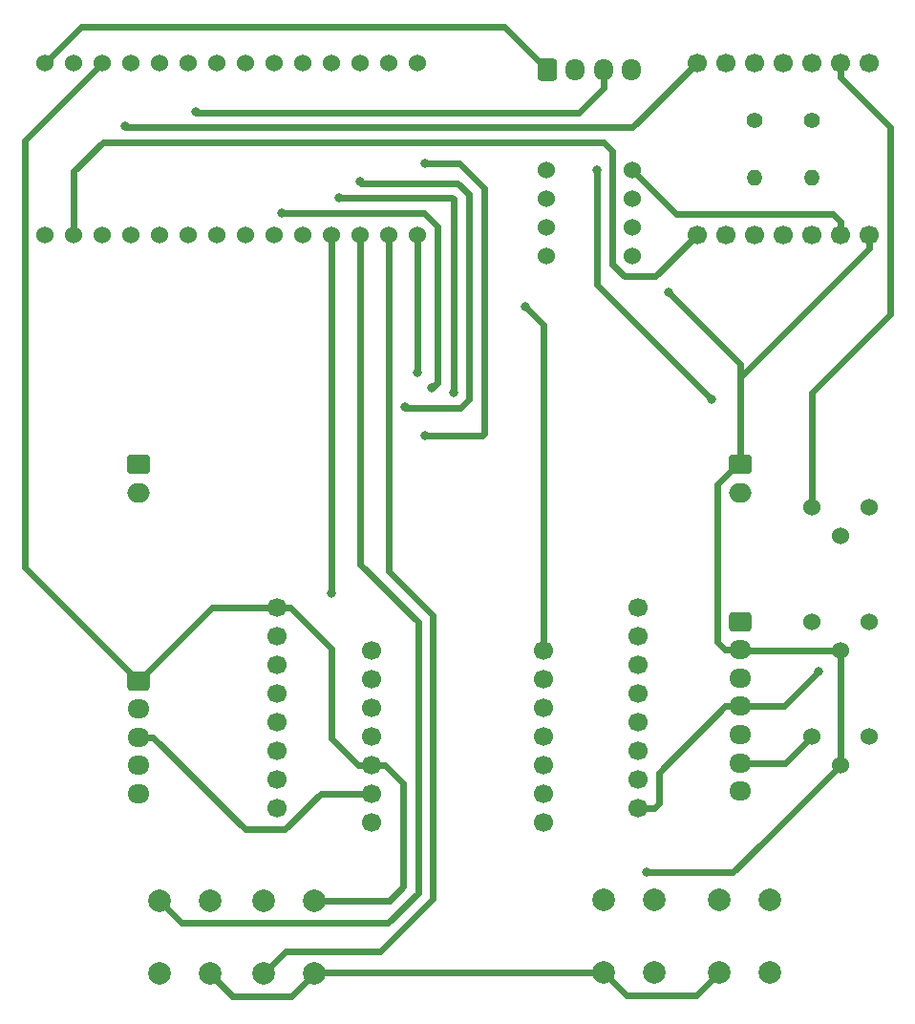
<source format=gbr>
%TF.GenerationSoftware,KiCad,Pcbnew,7.0.2-0*%
%TF.CreationDate,2023-08-02T22:29:10+09:00*%
%TF.ProjectId,main_board2,6d61696e-5f62-46f6-9172-64322e6b6963,rev?*%
%TF.SameCoordinates,Original*%
%TF.FileFunction,Copper,L1,Top*%
%TF.FilePolarity,Positive*%
%FSLAX46Y46*%
G04 Gerber Fmt 4.6, Leading zero omitted, Abs format (unit mm)*
G04 Created by KiCad (PCBNEW 7.0.2-0) date 2023-08-02 22:29:10*
%MOMM*%
%LPD*%
G01*
G04 APERTURE LIST*
G04 Aperture macros list*
%AMRoundRect*
0 Rectangle with rounded corners*
0 $1 Rounding radius*
0 $2 $3 $4 $5 $6 $7 $8 $9 X,Y pos of 4 corners*
0 Add a 4 corners polygon primitive as box body*
4,1,4,$2,$3,$4,$5,$6,$7,$8,$9,$2,$3,0*
0 Add four circle primitives for the rounded corners*
1,1,$1+$1,$2,$3*
1,1,$1+$1,$4,$5*
1,1,$1+$1,$6,$7*
1,1,$1+$1,$8,$9*
0 Add four rect primitives between the rounded corners*
20,1,$1+$1,$2,$3,$4,$5,0*
20,1,$1+$1,$4,$5,$6,$7,0*
20,1,$1+$1,$6,$7,$8,$9,0*
20,1,$1+$1,$8,$9,$2,$3,0*%
G04 Aperture macros list end*
%TA.AperFunction,ComponentPad*%
%ADD10C,1.400000*%
%TD*%
%TA.AperFunction,ComponentPad*%
%ADD11O,1.400000X1.400000*%
%TD*%
%TA.AperFunction,ComponentPad*%
%ADD12C,1.524000*%
%TD*%
%TA.AperFunction,ComponentPad*%
%ADD13C,2.000000*%
%TD*%
%TA.AperFunction,ComponentPad*%
%ADD14RoundRect,0.250000X-0.725000X0.600000X-0.725000X-0.600000X0.725000X-0.600000X0.725000X0.600000X0*%
%TD*%
%TA.AperFunction,ComponentPad*%
%ADD15O,1.950000X1.700000*%
%TD*%
%TA.AperFunction,ComponentPad*%
%ADD16C,1.700000*%
%TD*%
%TA.AperFunction,ComponentPad*%
%ADD17RoundRect,0.250000X-0.600000X-0.725000X0.600000X-0.725000X0.600000X0.725000X-0.600000X0.725000X0*%
%TD*%
%TA.AperFunction,ComponentPad*%
%ADD18O,1.700000X1.950000*%
%TD*%
%TA.AperFunction,ComponentPad*%
%ADD19RoundRect,0.250000X-0.750000X0.600000X-0.750000X-0.600000X0.750000X-0.600000X0.750000X0.600000X0*%
%TD*%
%TA.AperFunction,ComponentPad*%
%ADD20O,2.000000X1.700000*%
%TD*%
%TA.AperFunction,ViaPad*%
%ADD21C,0.800000*%
%TD*%
%TA.AperFunction,Conductor*%
%ADD22C,0.600000*%
%TD*%
G04 APERTURE END LIST*
D10*
%TO.P,R4,1*%
%TO.N,SCL1*%
X170180000Y-69850000D03*
D11*
%TO.P,R4,2*%
%TO.N,+3V3*%
X170180000Y-74930000D03*
%TD*%
D12*
%TO.P,RV2,1,1*%
%TO.N,GND*%
X175260000Y-104140000D03*
%TO.P,RV2,2,2*%
%TO.N,+3V3*%
X172720000Y-106680000D03*
%TO.P,RV2,3,3*%
%TO.N,D1(\u30B8\u30E3\u30A4\u30ED)*%
X170180000Y-104140000D03*
%TD*%
%TO.P,RV3,1,1*%
%TO.N,unconnected-(RV3-Pad1)*%
X175260000Y-114300000D03*
%TO.P,RV3,2,2*%
%TO.N,+5V*%
X172720000Y-116840000D03*
%TO.P,RV3,3,3*%
%TO.N,LED1*%
X170180000Y-114300000D03*
%TD*%
D13*
%TO.P,SW3,1*%
%TO.N,+3V3*%
X161980000Y-145415000D03*
X161980000Y-138915000D03*
%TO.P,SW3,2*%
%TO.N,D2(\u30B8\u30E3\u30A4\u30ED)*%
X166480000Y-145415000D03*
X166480000Y-138915000D03*
%TD*%
D10*
%TO.P,R3,1*%
%TO.N,SDA1*%
X165100000Y-69850000D03*
D11*
%TO.P,R3,2*%
%TO.N,+3V3*%
X165100000Y-74930000D03*
%TD*%
D14*
%TO.P,J27,1,Pin_1*%
%TO.N,+3V3*%
X110490000Y-119540000D03*
D15*
%TO.P,J27,2,Pin_2*%
%TO.N,SCL0*%
X110490000Y-122040000D03*
%TO.P,J27,3,Pin_3*%
%TO.N,GND*%
X110490000Y-124540000D03*
%TO.P,J27,4,Pin_4*%
%TO.N,SDA0*%
X110490000Y-127040000D03*
%TO.P,J27,5,Pin_5*%
%TO.N,D9*%
X110490000Y-129540000D03*
%TD*%
D16*
%TO.P,U5,1,0_RX1_MOSI*%
%TO.N,RX2*%
X122785600Y-130810000D03*
%TO.P,U5,2,1_TX1_MISO*%
%TO.N,TX2*%
X122785600Y-128270000D03*
%TO.P,U5,3,2_TX2_SCLK*%
%TO.N,unconnected-(U5-2_TX2_SCLK-Pad3)*%
X122785600Y-125730000D03*
%TO.P,U5,4,3_RX_SS*%
%TO.N,unconnected-(U5-3_RX_SS-Pad4)*%
X122785600Y-123190000D03*
%TO.P,U5,5,4_SCL_TX*%
%TO.N,unconnected-(U5-4_SCL_TX-Pad5)*%
X122785600Y-120650000D03*
%TO.P,U5,6,5_SDA_RX*%
%TO.N,unconnected-(U5-5_SDA_RX-Pad6)*%
X122785600Y-118110000D03*
%TO.P,U5,7,6_DAC_ADC*%
%TO.N,unconnected-(U5-6_DAC_ADC-Pad7)*%
X122785600Y-115570000D03*
%TO.P,U5,8,3V3*%
%TO.N,+3V3*%
X122785600Y-113030000D03*
%TO.P,U5,9,RESET*%
%TO.N,unconnected-(U5-RESET-Pad9)*%
X154785600Y-113030000D03*
%TO.P,U5,10,BOOT_0*%
%TO.N,unconnected-(U5-BOOT_0-Pad10)*%
X154785600Y-115570000D03*
%TO.P,U5,11,Frame_Sync*%
%TO.N,unconnected-(U5-Frame_Sync-Pad11)*%
X154785600Y-118110000D03*
%TO.P,U5,12,9_CH3_Servo3*%
%TO.N,unconnected-(U5-9_CH3_Servo3-Pad12)*%
X154785600Y-120650000D03*
%TO.P,U5,13,8_SDA_CH2_Servo2*%
%TO.N,unconnected-(U5-8_SDA_CH2_Servo2-Pad13)*%
X154785600Y-123190000D03*
%TO.P,U5,14,7_SCL_CH1_Servo1*%
%TO.N,unconnected-(U5-7_SCL_CH1_Servo1-Pad14)*%
X154785600Y-125730000D03*
%TO.P,U5,15,VIN(3.6V-5V)*%
%TO.N,unconnected-(U5-VIN(3.6V-5V)-Pad15)*%
X154785600Y-128270000D03*
%TO.P,U5,16,GND*%
%TO.N,GND*%
X154785600Y-130810000D03*
%TD*%
D12*
%TO.P,U4,1,VCC*%
%TO.N,+3V3*%
X154305000Y-81915000D03*
%TO.P,U4,2,SCL*%
%TO.N,SCL1*%
X154305000Y-79375000D03*
%TO.P,U4,3,SDA*%
%TO.N,SDA1*%
X154305000Y-76835000D03*
%TO.P,U4,4,SA0*%
%TO.N,GND*%
X154305000Y-74295000D03*
%TO.P,U4,5,GND*%
X146685000Y-81915000D03*
%TO.P,U4,6,INT1*%
X146685000Y-79375000D03*
%TO.P,U4,7,INT2*%
X146685000Y-76835000D03*
%TO.P,U4,8,CS*%
%TO.N,+3V3*%
X146685000Y-74295000D03*
%TD*%
D16*
%TO.P,U2,1,PA02_A0_D0*%
%TO.N,unconnected-(U2-PA02_A0_D0-Pad1)*%
X175260000Y-64770000D03*
%TO.P,U2,2,PA4_A1_D1*%
%TO.N,D1(\u30B8\u30E3\u30A4\u30ED)*%
X172720000Y-64770000D03*
%TO.P,U2,3,PA10_A2_D2*%
%TO.N,D2(\u30B8\u30E3\u30A4\u30ED)*%
X170180000Y-64770000D03*
%TO.P,U2,4,PA11_A3_D3*%
%TO.N,unconnected-(U2-PA11_A3_D3-Pad4)*%
X167640000Y-64770000D03*
%TO.P,U2,5,PA8_A4_D4_SDA*%
%TO.N,SDA1*%
X165100000Y-64770000D03*
%TO.P,U2,6,PA9_A5_D5_SCL*%
%TO.N,SCL1*%
X162560000Y-64770000D03*
%TO.P,U2,7,PB08_A6_D6_TX*%
%TO.N,TX1*%
X160020000Y-64770000D03*
%TO.P,U2,8,PB09_A7_D7_RX*%
%TO.N,RX1*%
X160020000Y-80010000D03*
%TO.P,U2,9,PA7_A8_D8_SCK*%
%TO.N,unconnected-(U2-PA7_A8_D8_SCK-Pad9)*%
X162560000Y-80010000D03*
%TO.P,U2,10,PA5_A9_D9_MISO*%
%TO.N,unconnected-(U2-PA5_A9_D9_MISO-Pad10)*%
X165100000Y-80010000D03*
%TO.P,U2,11,PA6_A10_D10_MOSI*%
%TO.N,unconnected-(U2-PA6_A10_D10_MOSI-Pad11)*%
X167640000Y-80010000D03*
%TO.P,U2,12,3V3*%
%TO.N,+3V3*%
X170180000Y-80010000D03*
%TO.P,U2,13,GND*%
%TO.N,GND*%
X172720000Y-80010000D03*
%TO.P,U2,14,5V*%
%TO.N,+5V*%
X175260000Y-80010000D03*
%TD*%
D14*
%TO.P,J11,1,Pin_1*%
%TO.N,D5*%
X163830000Y-114300000D03*
D15*
%TO.P,J11,2,Pin_2*%
%TO.N,+5V*%
X163830000Y-116800000D03*
%TO.P,J11,3,Pin_3*%
%TO.N,D6*%
X163830000Y-119300000D03*
%TO.P,J11,4,Pin_4*%
%TO.N,GND*%
X163830000Y-121800000D03*
%TO.P,J11,5,Pin_5*%
%TO.N,D7*%
X163830000Y-124300000D03*
%TO.P,J11,6,Pin_6*%
%TO.N,LED2*%
X163830000Y-126800000D03*
%TO.P,J11,7,Pin_7*%
%TO.N,D8*%
X163830000Y-129300000D03*
%TD*%
D12*
%TO.P,RV4,1,1*%
%TO.N,unconnected-(RV4-Pad1)*%
X175260000Y-124460000D03*
%TO.P,RV4,2,2*%
%TO.N,+5V*%
X172720000Y-127000000D03*
%TO.P,RV4,3,3*%
%TO.N,LED2*%
X170180000Y-124460000D03*
%TD*%
D13*
%TO.P,SW8,1*%
%TO.N,+3V3*%
X151765000Y-145415000D03*
X151765000Y-138915000D03*
%TO.P,SW8,2*%
%TO.N,D12*%
X156265000Y-145415000D03*
X156265000Y-138915000D03*
%TD*%
D16*
%TO.P,U3,1,PA02_A0_D0*%
%TO.N,unconnected-(U3-PA02_A0_D0-Pad1)*%
X146405600Y-132080000D03*
%TO.P,U3,2,PA4_A1_D1*%
%TO.N,unconnected-(U3-PA4_A1_D1-Pad2)*%
X146405600Y-129540000D03*
%TO.P,U3,3,PA10_A2_D2*%
%TO.N,unconnected-(U3-PA10_A2_D2-Pad3)*%
X146405600Y-127000000D03*
%TO.P,U3,4,PA11_A3_D3*%
%TO.N,unconnected-(U3-PA11_A3_D3-Pad4)*%
X146405600Y-124460000D03*
%TO.P,U3,5,PA8_A4_D4_SDA*%
%TO.N,unconnected-(U3-PA8_A4_D4_SDA-Pad5)*%
X146405600Y-121920000D03*
%TO.P,U3,6,PA9_A5_D5_SCL*%
%TO.N,unconnected-(U3-PA9_A5_D5_SCL-Pad6)*%
X146405600Y-119380000D03*
%TO.P,U3,7,PB08_A6_D6_TX*%
%TO.N,TX3*%
X146405600Y-116840000D03*
%TO.P,U3,8,PB09_A7_D7_RX*%
%TO.N,RX3*%
X131165600Y-116840000D03*
%TO.P,U3,9,PA7_A8_D8_SCK*%
%TO.N,unconnected-(U3-PA7_A8_D8_SCK-Pad9)*%
X131165600Y-119380000D03*
%TO.P,U3,10,PA5_A9_D9_MISO*%
%TO.N,unconnected-(U3-PA5_A9_D9_MISO-Pad10)*%
X131165600Y-121920000D03*
%TO.P,U3,11,PA6_A10_D10_MOSI*%
%TO.N,unconnected-(U3-PA6_A10_D10_MOSI-Pad11)*%
X131165600Y-124460000D03*
%TO.P,U3,12,3V3*%
%TO.N,+3V3*%
X131165600Y-127000000D03*
%TO.P,U3,13,GND*%
%TO.N,GND*%
X131165600Y-129540000D03*
%TO.P,U3,14,5V*%
%TO.N,+5V*%
X131165600Y-132080000D03*
%TD*%
D17*
%TO.P,J13,1,Pin_1*%
%TO.N,+5V*%
X146745000Y-65405000D03*
D18*
%TO.P,J13,2,Pin_2*%
%TO.N,GND*%
X149245000Y-65405000D03*
%TO.P,J13,3,Pin_3*%
%TO.N,D4*%
X151745000Y-65405000D03*
%TO.P,J13,4,Pin_4*%
%TO.N,LED1*%
X154245000Y-65405000D03*
%TD*%
D13*
%TO.P,SW7,1*%
%TO.N,+3V3*%
X126075000Y-138990000D03*
X126075000Y-145490000D03*
%TO.P,SW7,2*%
%TO.N,D11*%
X121575000Y-138990000D03*
X121575000Y-145490000D03*
%TD*%
%TO.P,SW6,1*%
%TO.N,+3V3*%
X116840000Y-138990000D03*
X116840000Y-145490000D03*
%TO.P,SW6,2*%
%TO.N,D10*%
X112340000Y-138990000D03*
X112340000Y-145490000D03*
%TD*%
D12*
%TO.P,U1,1,GND*%
%TO.N,GND*%
X102235000Y-80010000D03*
X104775000Y-64770000D03*
%TO.P,U1,2,0_RX1_CRX2_CS1*%
%TO.N,RX1*%
X104775000Y-80010000D03*
%TO.P,U1,3,1_TX1_CTX2_MISO1*%
%TO.N,TX1*%
X107315000Y-80010000D03*
%TO.P,U1,4,2_OUT2*%
%TO.N,D2*%
X109855000Y-80010000D03*
%TO.P,U1,5,3_LRCLK2*%
%TO.N,D3*%
X112395000Y-80010000D03*
%TO.P,U1,6,4_BCLK2*%
%TO.N,D4*%
X114935000Y-80010000D03*
%TO.P,U1,7,5_IN2*%
%TO.N,D5*%
X117475000Y-80010000D03*
%TO.P,U1,8,6_OUT1D*%
%TO.N,D6*%
X120015000Y-80010000D03*
%TO.P,U1,9,7_RX2_OUT1A*%
%TO.N,D7*%
X122555000Y-80010000D03*
%TO.P,U1,10,8_TX2_IN1*%
%TO.N,D8*%
X125095000Y-80010000D03*
%TO.P,U1,11,9_OUT1C*%
%TO.N,D9*%
X127635000Y-80010000D03*
%TO.P,U1,12,10_CS_MQSR*%
%TO.N,D10*%
X130175000Y-80010000D03*
%TO.P,U1,13,11_MOSI_CTX1*%
%TO.N,D11*%
X132715000Y-80010000D03*
%TO.P,U1,14,12_MISO_MQSL*%
%TO.N,D12*%
X135255000Y-80010000D03*
%TO.P,U1,20,13_SCK_CRX1_LED*%
%TO.N,unconnected-(U1-13_SCK_CRX1_LED-Pad20)*%
X135255000Y-64770000D03*
%TO.P,U1,21,14_A0_TX3_SPDIF_OUT*%
%TO.N,TX2*%
X132715000Y-64770000D03*
%TO.P,U1,22,15_A1_RX3_SPDIF_IN*%
%TO.N,RX2*%
X130175000Y-64770000D03*
%TO.P,U1,23,16_A2_RX4_SCL1*%
%TO.N,RX3*%
X127635000Y-64770000D03*
%TO.P,U1,24,17_A3_TX4_SDA1*%
%TO.N,TX3*%
X125095000Y-64770000D03*
%TO.P,U1,25,18_A4_SDA0*%
%TO.N,SDA0*%
X122555000Y-64770000D03*
%TO.P,U1,26,19_A5_SCL0*%
%TO.N,SCL0*%
X120015000Y-64770000D03*
%TO.P,U1,27,20_A6_TX5_LRCLK1*%
%TO.N,unconnected-(U1-20_A6_TX5_LRCLK1-Pad27)*%
X117475000Y-64770000D03*
%TO.P,U1,28,21_A7_RX5_BCLK1*%
%TO.N,unconnected-(U1-21_A7_RX5_BCLK1-Pad28)*%
X114935000Y-64770000D03*
%TO.P,U1,29,22_A8_CTX1*%
%TO.N,unconnected-(U1-22_A8_CTX1-Pad29)*%
X112395000Y-64770000D03*
%TO.P,U1,30,23_A9_CRX1_MCLK1*%
%TO.N,unconnected-(U1-23_A9_CRX1_MCLK1-Pad30)*%
X109855000Y-64770000D03*
%TO.P,U1,31,3V3*%
%TO.N,+3V3*%
X107315000Y-64770000D03*
%TO.P,U1,33,VIN*%
%TO.N,+5V*%
X102235000Y-64770000D03*
%TD*%
D19*
%TO.P,J23,1,Pin_1*%
%TO.N,D2*%
X110490000Y-100370000D03*
D20*
%TO.P,J23,2,Pin_2*%
%TO.N,D3*%
X110490000Y-102870000D03*
%TD*%
D19*
%TO.P,J25,1,Pin_1*%
%TO.N,+5V*%
X163830000Y-100370000D03*
D20*
%TO.P,J25,2,Pin_2*%
%TO.N,GND*%
X163830000Y-102870000D03*
%TD*%
D21*
%TO.N,+5V*%
X155575000Y-136525000D03*
X157480000Y-85090000D03*
%TO.N,GND*%
X170815000Y-118745000D03*
%TO.N,D4*%
X115570000Y-69085500D03*
%TO.N,LED1*%
X161290000Y-94615000D03*
X151130000Y-74295000D03*
%TO.N,SCL0*%
X136525000Y-93604000D03*
X123190000Y-78105000D03*
%TO.N,D9*%
X127635000Y-111760000D03*
%TO.N,D12*%
X135255000Y-92204500D03*
%TO.N,TX1*%
X109321788Y-70385500D03*
%TO.N,TX2*%
X135890000Y-73660000D03*
X135890000Y-97790000D03*
%TO.N,RX2*%
X130175000Y-75306000D03*
X134114500Y-95250000D03*
%TO.N,RX3*%
X138430000Y-93980000D03*
X128270000Y-76705500D03*
%TO.N,TX3*%
X144780000Y-86360000D03*
%TD*%
D22*
%TO.N,+5V*%
X163195000Y-136525000D02*
X155575000Y-136525000D01*
X163830000Y-91440000D02*
X163830000Y-92642081D01*
X172720000Y-116840000D02*
X163870000Y-116840000D01*
X142935000Y-61595000D02*
X105410000Y-61595000D01*
X163870000Y-116840000D02*
X163830000Y-116800000D01*
X163830000Y-116800000D02*
X162505000Y-116800000D01*
X163830000Y-92642081D02*
X175260000Y-81212081D01*
X172720000Y-116840000D02*
X172720000Y-127000000D01*
X157480000Y-85090000D02*
X163830000Y-91440000D01*
X161830000Y-116125000D02*
X161830000Y-102103705D01*
X105410000Y-61595000D02*
X102235000Y-64770000D01*
X161830000Y-102103705D02*
X163563705Y-100370000D01*
X165790000Y-133930000D02*
X163195000Y-136525000D01*
X146745000Y-65405000D02*
X142935000Y-61595000D01*
X172720000Y-127000000D02*
X165790000Y-133930000D01*
X162505000Y-116800000D02*
X161830000Y-116125000D01*
X163830000Y-100370000D02*
X163830000Y-92642081D01*
X175260000Y-81212081D02*
X175260000Y-80010000D01*
X163563705Y-100370000D02*
X163830000Y-100370000D01*
%TO.N,GND*%
X156210000Y-130810000D02*
X154785600Y-130810000D01*
X167760000Y-121800000D02*
X170815000Y-118745000D01*
X131165600Y-129540000D02*
X126671896Y-129540000D01*
X123496896Y-132715000D02*
X119990000Y-132715000D01*
X154305000Y-74295000D02*
X158170000Y-78160000D01*
X156635600Y-127669400D02*
X156635600Y-130384400D01*
X156635600Y-130384400D02*
X156210000Y-130810000D01*
X172072081Y-78160000D02*
X172720000Y-78807919D01*
X162505000Y-121800000D02*
X156635600Y-127669400D01*
X119990000Y-132715000D02*
X111815000Y-124540000D01*
X158170000Y-78160000D02*
X172072081Y-78160000D01*
X163830000Y-121800000D02*
X167760000Y-121800000D01*
X172720000Y-78807919D02*
X172720000Y-80010000D01*
X126671896Y-129540000D02*
X123496896Y-132715000D01*
X111815000Y-124540000D02*
X110490000Y-124540000D01*
X163830000Y-121800000D02*
X162505000Y-121800000D01*
%TO.N,LED2*%
X167840000Y-126800000D02*
X170180000Y-124460000D01*
X163830000Y-126800000D02*
X167840000Y-126800000D01*
%TO.N,D4*%
X115669500Y-69185000D02*
X149540000Y-69185000D01*
X151745000Y-66980000D02*
X151745000Y-65405000D01*
X115570000Y-69085500D02*
X115669500Y-69185000D01*
X149540000Y-69185000D02*
X151745000Y-66980000D01*
%TO.N,LED1*%
X151130000Y-84455000D02*
X161290000Y-94615000D01*
X151130000Y-74295000D02*
X151130000Y-84455000D01*
%TO.N,+3V3*%
X123987681Y-113030000D02*
X127635000Y-116677319D01*
X132790000Y-138990000D02*
X133985000Y-137795000D01*
X151765000Y-145415000D02*
X126150000Y-145415000D01*
X127635000Y-116677319D02*
X127635000Y-124671481D01*
X132367681Y-127000000D02*
X131165600Y-127000000D01*
X100473000Y-71612000D02*
X107315000Y-64770000D01*
X100473000Y-109523000D02*
X100473000Y-71612000D01*
X159980000Y-147415000D02*
X153765000Y-147415000D01*
X126075000Y-145490000D02*
X124075000Y-147490000D01*
X117000000Y-113030000D02*
X122785600Y-113030000D01*
X161980000Y-145415000D02*
X159980000Y-147415000D01*
X126075000Y-138990000D02*
X132790000Y-138990000D01*
X133985000Y-137795000D02*
X133985000Y-128617319D01*
X127635000Y-124671481D02*
X129963519Y-127000000D01*
X124075000Y-147490000D02*
X118840000Y-147490000D01*
X118840000Y-147490000D02*
X116840000Y-145490000D01*
X129963519Y-127000000D02*
X131165600Y-127000000D01*
X110490000Y-119540000D02*
X100473000Y-109523000D01*
X126150000Y-145415000D02*
X126075000Y-145490000D01*
X110490000Y-119540000D02*
X117000000Y-113030000D01*
X122785600Y-113030000D02*
X123987681Y-113030000D01*
X133985000Y-128617319D02*
X132367681Y-127000000D01*
X153765000Y-147415000D02*
X151765000Y-145415000D01*
%TO.N,SCL0*%
X136525000Y-93604000D02*
X137017000Y-93112000D01*
X135841845Y-78105000D02*
X123190000Y-78105000D01*
X137017000Y-93112000D02*
X137017000Y-79280155D01*
X137017000Y-79280155D02*
X135841845Y-78105000D01*
%TO.N,D9*%
X127635000Y-111760000D02*
X127635000Y-80010000D01*
%TO.N,D1(\u30B8\u30E3\u30A4\u30ED)*%
X172720000Y-66040000D02*
X172720000Y-64770000D01*
X177110000Y-70430000D02*
X172720000Y-66040000D01*
X177110000Y-87050000D02*
X177110000Y-70430000D01*
X170180000Y-93980000D02*
X177110000Y-87050000D01*
X170180000Y-104140000D02*
X170180000Y-93980000D01*
%TO.N,D10*%
X114340000Y-140990000D02*
X132628478Y-140990000D01*
X112340000Y-138990000D02*
X114340000Y-140990000D01*
X132628478Y-140990000D02*
X135285000Y-138333478D01*
X135285000Y-138333478D02*
X135285000Y-114330000D01*
X135285000Y-114330000D02*
X130175000Y-109220000D01*
X130175000Y-109220000D02*
X130175000Y-80010000D01*
%TO.N,D11*%
X121575000Y-145490000D02*
X123575000Y-143490000D01*
X136585000Y-113725000D02*
X132715000Y-109855000D01*
X123575000Y-143490000D02*
X131966956Y-143490000D01*
X136585000Y-138871956D02*
X136585000Y-113725000D01*
X131966956Y-143490000D02*
X136585000Y-138871956D01*
X132715000Y-109855000D02*
X132715000Y-80010000D01*
%TO.N,D12*%
X135255000Y-90299500D02*
X135255000Y-80010000D01*
X135255000Y-90299500D02*
X135255000Y-92204500D01*
%TO.N,RX1*%
X104775000Y-74355000D02*
X104775000Y-80010000D01*
X153575155Y-83677000D02*
X156353000Y-83677000D01*
X152543000Y-72581155D02*
X151746845Y-71785000D01*
X107345000Y-71785000D02*
X104775000Y-74355000D01*
X151746845Y-71785000D02*
X107345000Y-71785000D01*
X153575155Y-83677000D02*
X152543000Y-82644845D01*
X152543000Y-82644845D02*
X152543000Y-72581155D01*
X156353000Y-83677000D02*
X160020000Y-80010000D01*
%TO.N,TX1*%
X154305000Y-70485000D02*
X160020000Y-64770000D01*
X154305000Y-70485000D02*
X109321788Y-70485000D01*
%TO.N,TX2*%
X141130000Y-75858044D02*
X141130000Y-97630000D01*
X138931956Y-73660000D02*
X141130000Y-75858044D01*
X140970000Y-97790000D02*
X135890000Y-97790000D01*
X135890000Y-73660000D02*
X138931956Y-73660000D01*
X141130000Y-97630000D02*
X140970000Y-97790000D01*
%TO.N,RX2*%
X139830000Y-76396522D02*
X138838978Y-75405500D01*
X139830000Y-94559899D02*
X139830000Y-76396522D01*
X131445000Y-75405500D02*
X130274500Y-75405500D01*
X138838978Y-75405500D02*
X131445000Y-75405500D01*
X130274500Y-75405500D02*
X130175000Y-75306000D01*
X134244500Y-95380000D02*
X139009899Y-95380000D01*
X139009899Y-95380000D02*
X139830000Y-94559899D01*
X134114500Y-95250000D02*
X134244500Y-95380000D01*
%TO.N,RX3*%
X138300500Y-76705500D02*
X128270000Y-76705500D01*
X138430000Y-93980000D02*
X138430000Y-76835000D01*
X138430000Y-76835000D02*
X138300500Y-76705500D01*
%TO.N,TX3*%
X144780000Y-86360000D02*
X146405600Y-87985600D01*
X146405600Y-87985600D02*
X146405600Y-116840000D01*
%TD*%
M02*

</source>
